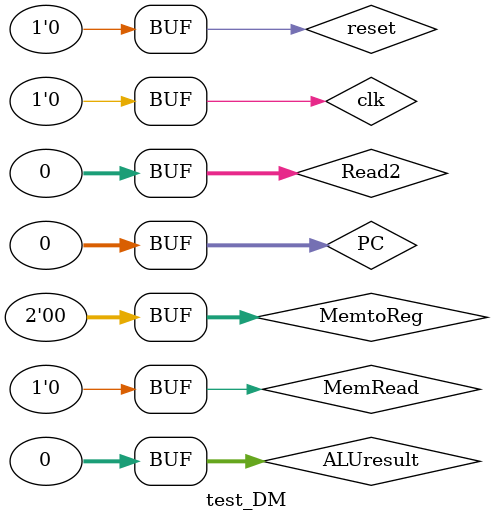
<source format=v>
`timescale 1ns / 1ps


module test_DM;

	// Inputs
	reg [31:0] ALUresult;
	reg [31:0] Read2;
	reg MemRead;
	reg reset;
	reg clk;
	reg [1:0] MemtoReg;
	reg [31:0] PC;

	// Outputs
	wire [31:0] MemOutput;

	// Instantiate the Unit Under Test (UUT)
	DM uut (
		.ALUresult(ALUresult), 
		.Read2(Read2), 
		.MemRead(MemRead), 
		.reset(reset), 
		.clk(clk), 
		.MemtoReg(MemtoReg), 
		.PC(PC), 
		.MemOutput(MemOutput)
	);

	initial begin
		// Initialize Inputs
		ALUresult = 0;
		Read2 = 0;
		MemRead = 0;
		reset = 0;
		clk = 0;
		MemtoReg = 0;
		PC = 0;

		// Wait 100 ns for global reset to finish
		#100;
        
		// Add stimulus here

	end
      
endmodule


</source>
